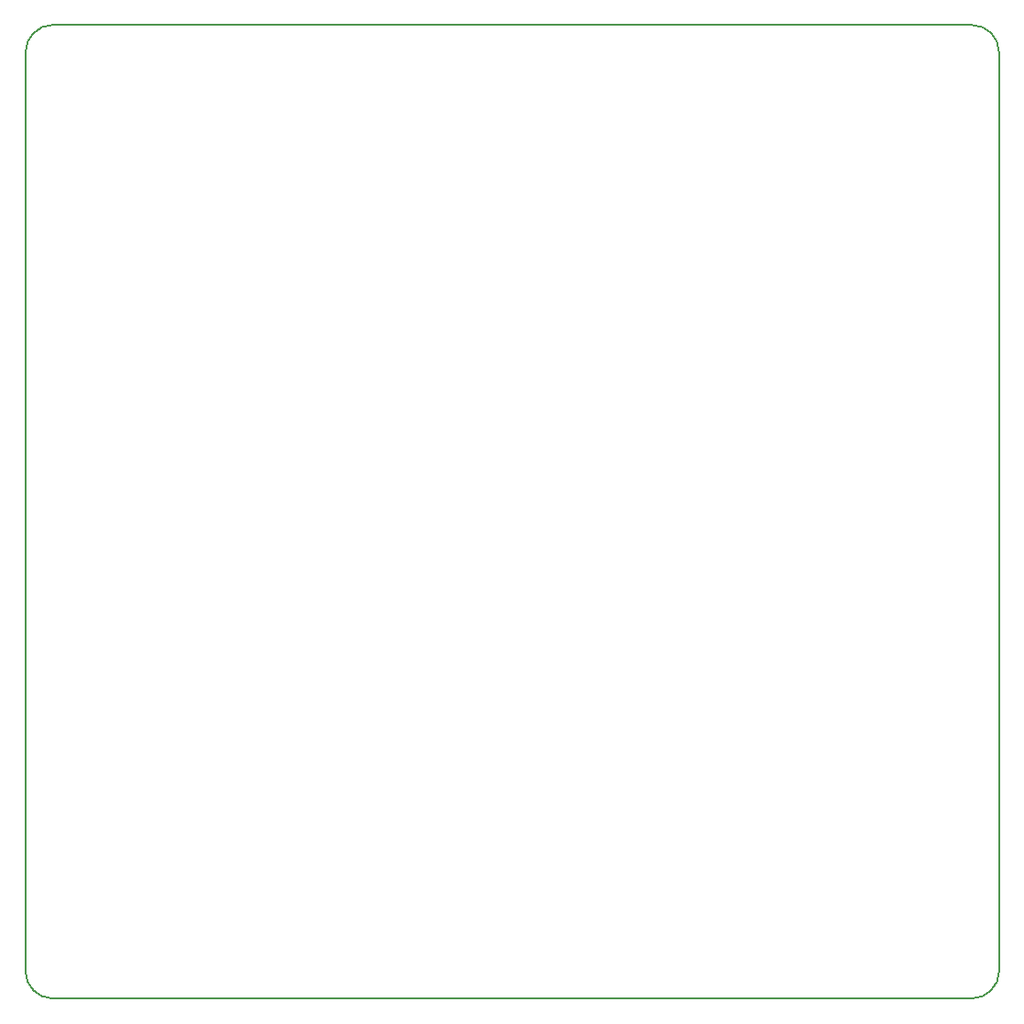
<source format=gbr>
%TF.GenerationSoftware,KiCad,Pcbnew,(6.0.7)*%
%TF.CreationDate,2023-01-27T10:25:26-08:00*%
%TF.ProjectId,FlightComputer,466c6967-6874-4436-9f6d-70757465722e,rev?*%
%TF.SameCoordinates,Original*%
%TF.FileFunction,Profile,NP*%
%FSLAX46Y46*%
G04 Gerber Fmt 4.6, Leading zero omitted, Abs format (unit mm)*
G04 Created by KiCad (PCBNEW (6.0.7)) date 2023-01-27 10:25:26*
%MOMM*%
%LPD*%
G01*
G04 APERTURE LIST*
%TA.AperFunction,Profile*%
%ADD10C,0.200000*%
%TD*%
G04 APERTURE END LIST*
D10*
X227330000Y-148166000D02*
X142410000Y-148166000D01*
X229870000Y-60706000D02*
X229870000Y-145626000D01*
X229870000Y-60706000D02*
G75*
G03*
X227330000Y-58166000I-2540000J0D01*
G01*
X139870000Y-145626000D02*
X139870000Y-60706000D01*
X227330000Y-148166000D02*
G75*
G03*
X229870000Y-145626000I0J2540000D01*
G01*
X139870000Y-145626000D02*
G75*
G03*
X142410000Y-148166000I2540000J0D01*
G01*
X142410000Y-58166000D02*
X227330000Y-58166000D01*
X142410000Y-58166000D02*
G75*
G03*
X139870000Y-60706000I0J-2540000D01*
G01*
M02*

</source>
